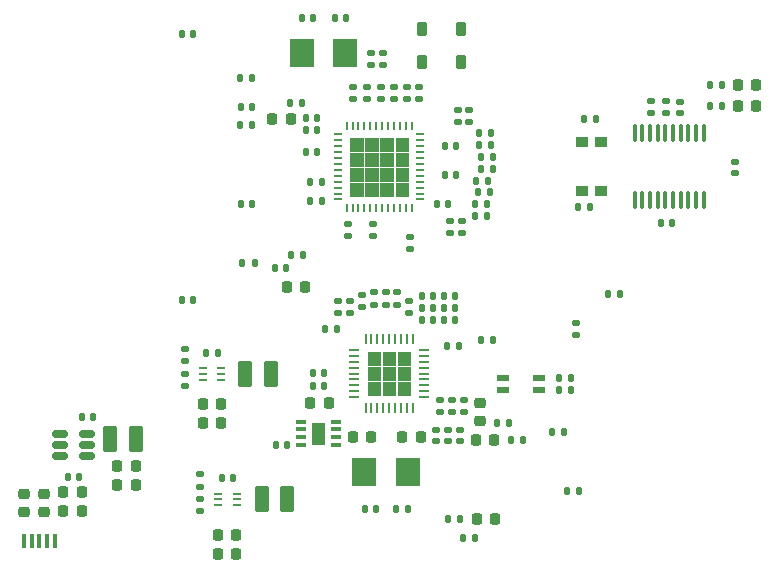
<source format=gtp>
%TF.GenerationSoftware,KiCad,Pcbnew,7.0.1*%
%TF.CreationDate,2023-03-30T19:37:26+02:00*%
%TF.ProjectId,home-media-converter,686f6d65-2d6d-4656-9469-612d636f6e76,rev?*%
%TF.SameCoordinates,Original*%
%TF.FileFunction,Paste,Top*%
%TF.FilePolarity,Positive*%
%FSLAX46Y46*%
G04 Gerber Fmt 4.6, Leading zero omitted, Abs format (unit mm)*
G04 Created by KiCad (PCBNEW 7.0.1) date 2023-03-30 19:37:26*
%MOMM*%
%LPD*%
G01*
G04 APERTURE LIST*
G04 Aperture macros list*
%AMRoundRect*
0 Rectangle with rounded corners*
0 $1 Rounding radius*
0 $2 $3 $4 $5 $6 $7 $8 $9 X,Y pos of 4 corners*
0 Add a 4 corners polygon primitive as box body*
4,1,4,$2,$3,$4,$5,$6,$7,$8,$9,$2,$3,0*
0 Add four circle primitives for the rounded corners*
1,1,$1+$1,$2,$3*
1,1,$1+$1,$4,$5*
1,1,$1+$1,$6,$7*
1,1,$1+$1,$8,$9*
0 Add four rect primitives between the rounded corners*
20,1,$1+$1,$2,$3,$4,$5,0*
20,1,$1+$1,$4,$5,$6,$7,0*
20,1,$1+$1,$6,$7,$8,$9,0*
20,1,$1+$1,$8,$9,$2,$3,0*%
G04 Aperture macros list end*
%ADD10C,0.100000*%
%ADD11RoundRect,0.135000X-0.185000X0.135000X-0.185000X-0.135000X0.185000X-0.135000X0.185000X0.135000X0*%
%ADD12RoundRect,0.140000X0.170000X-0.140000X0.170000X0.140000X-0.170000X0.140000X-0.170000X-0.140000X0*%
%ADD13R,0.254800X0.807999*%
%ADD14R,0.807999X0.254800*%
%ADD15RoundRect,0.225000X-0.225000X-0.250000X0.225000X-0.250000X0.225000X0.250000X-0.225000X0.250000X0*%
%ADD16R,0.254800X0.757199*%
%ADD17R,0.757199X0.254800*%
%ADD18RoundRect,0.140000X0.140000X0.170000X-0.140000X0.170000X-0.140000X-0.170000X0.140000X-0.170000X0*%
%ADD19RoundRect,0.135000X0.185000X-0.135000X0.185000X0.135000X-0.185000X0.135000X-0.185000X-0.135000X0*%
%ADD20RoundRect,0.218750X-0.256250X0.218750X-0.256250X-0.218750X0.256250X-0.218750X0.256250X0.218750X0*%
%ADD21RoundRect,0.225000X0.225000X0.250000X-0.225000X0.250000X-0.225000X-0.250000X0.225000X-0.250000X0*%
%ADD22RoundRect,0.135000X-0.135000X-0.185000X0.135000X-0.185000X0.135000X0.185000X-0.135000X0.185000X0*%
%ADD23RoundRect,0.135000X0.135000X0.185000X-0.135000X0.185000X-0.135000X-0.185000X0.135000X-0.185000X0*%
%ADD24RoundRect,0.140000X-0.140000X-0.170000X0.140000X-0.170000X0.140000X0.170000X-0.140000X0.170000X0*%
%ADD25R,2.000000X2.400000*%
%ADD26RoundRect,0.218750X0.256250X-0.218750X0.256250X0.218750X-0.256250X0.218750X-0.256250X-0.218750X0*%
%ADD27RoundRect,0.140000X-0.170000X0.140000X-0.170000X-0.140000X0.170000X-0.140000X0.170000X0.140000X0*%
%ADD28RoundRect,0.218750X-0.218750X-0.256250X0.218750X-0.256250X0.218750X0.256250X-0.218750X0.256250X0*%
%ADD29R,0.706399X0.229400*%
%ADD30RoundRect,0.250000X-0.375000X-0.850000X0.375000X-0.850000X0.375000X0.850000X-0.375000X0.850000X0*%
%ADD31RoundRect,0.100000X-0.100000X0.637500X-0.100000X-0.637500X0.100000X-0.637500X0.100000X0.637500X0*%
%ADD32RoundRect,0.150000X-0.512500X-0.150000X0.512500X-0.150000X0.512500X0.150000X-0.512500X0.150000X0*%
%ADD33R,0.450000X1.300000*%
%ADD34R,1.041400X0.609600*%
%ADD35R,1.000000X0.900000*%
%ADD36RoundRect,0.218750X0.218750X0.256250X-0.218750X0.256250X-0.218750X-0.256250X0.218750X-0.256250X0*%
%ADD37R,0.931065X0.302473*%
%ADD38RoundRect,0.225000X0.225000X0.375000X-0.225000X0.375000X-0.225000X-0.375000X0.225000X-0.375000X0*%
G04 APERTURE END LIST*
D10*
X79065000Y-139749000D02*
X77995000Y-139749000D01*
X77995000Y-138679000D01*
X79065000Y-138679000D01*
X79065000Y-139749000D01*
G36*
X79065000Y-139749000D02*
G01*
X77995000Y-139749000D01*
X77995000Y-138679000D01*
X79065000Y-138679000D01*
X79065000Y-139749000D01*
G37*
X80335000Y-139749000D02*
X79265000Y-139749000D01*
X79265000Y-138679000D01*
X80335000Y-138679000D01*
X80335000Y-139749000D01*
G36*
X80335000Y-139749000D02*
G01*
X79265000Y-139749000D01*
X79265000Y-138679000D01*
X80335000Y-138679000D01*
X80335000Y-139749000D01*
G37*
X81605000Y-139749000D02*
X80535000Y-139749000D01*
X80535000Y-138679000D01*
X81605000Y-138679000D01*
X81605000Y-139749000D01*
G36*
X81605000Y-139749000D02*
G01*
X80535000Y-139749000D01*
X80535000Y-138679000D01*
X81605000Y-138679000D01*
X81605000Y-139749000D01*
G37*
X79065000Y-138479000D02*
X77995000Y-138479000D01*
X77995000Y-137409000D01*
X79065000Y-137409000D01*
X79065000Y-138479000D01*
G36*
X79065000Y-138479000D02*
G01*
X77995000Y-138479000D01*
X77995000Y-137409000D01*
X79065000Y-137409000D01*
X79065000Y-138479000D01*
G37*
X80335000Y-138479000D02*
X79265000Y-138479000D01*
X79265000Y-137409000D01*
X80335000Y-137409000D01*
X80335000Y-138479000D01*
G36*
X80335000Y-138479000D02*
G01*
X79265000Y-138479000D01*
X79265000Y-137409000D01*
X80335000Y-137409000D01*
X80335000Y-138479000D01*
G37*
X81605000Y-138479000D02*
X80535000Y-138479000D01*
X80535000Y-137409000D01*
X81605000Y-137409000D01*
X81605000Y-138479000D01*
G36*
X81605000Y-138479000D02*
G01*
X80535000Y-138479000D01*
X80535000Y-137409000D01*
X81605000Y-137409000D01*
X81605000Y-138479000D01*
G37*
X79065000Y-137209000D02*
X77995000Y-137209000D01*
X77995000Y-136139000D01*
X79065000Y-136139000D01*
X79065000Y-137209000D01*
G36*
X79065000Y-137209000D02*
G01*
X77995000Y-137209000D01*
X77995000Y-136139000D01*
X79065000Y-136139000D01*
X79065000Y-137209000D01*
G37*
X80335000Y-137209000D02*
X79265000Y-137209000D01*
X79265000Y-136139000D01*
X80335000Y-136139000D01*
X80335000Y-137209000D01*
G36*
X80335000Y-137209000D02*
G01*
X79265000Y-137209000D01*
X79265000Y-136139000D01*
X80335000Y-136139000D01*
X80335000Y-137209000D01*
G37*
X81605000Y-137209000D02*
X80535000Y-137209000D01*
X80535000Y-136139000D01*
X81605000Y-136139000D01*
X81605000Y-137209000D01*
G36*
X81605000Y-137209000D02*
G01*
X80535000Y-137209000D01*
X80535000Y-136139000D01*
X81605000Y-136139000D01*
X81605000Y-137209000D01*
G37*
X81430100Y-122928100D02*
X80341050Y-122928100D01*
X80341050Y-121839050D01*
X81430100Y-121839050D01*
X81430100Y-122928100D01*
G36*
X81430100Y-122928100D02*
G01*
X80341050Y-122928100D01*
X80341050Y-121839050D01*
X81430100Y-121839050D01*
X81430100Y-122928100D01*
G37*
X81430100Y-121639050D02*
X80341050Y-121639050D01*
X80341050Y-120550000D01*
X81430100Y-120550000D01*
X81430100Y-121639050D01*
G36*
X81430100Y-121639050D02*
G01*
X80341050Y-121639050D01*
X80341050Y-120550000D01*
X81430100Y-120550000D01*
X81430100Y-121639050D01*
G37*
X81430100Y-120350000D02*
X80341050Y-120350000D01*
X80341050Y-119260950D01*
X81430100Y-119260950D01*
X81430100Y-120350000D01*
G36*
X81430100Y-120350000D02*
G01*
X80341050Y-120350000D01*
X80341050Y-119260950D01*
X81430100Y-119260950D01*
X81430100Y-120350000D01*
G37*
X81430100Y-119060950D02*
X80341050Y-119060950D01*
X80341050Y-117971900D01*
X81430100Y-117971900D01*
X81430100Y-119060950D01*
G36*
X81430100Y-119060950D02*
G01*
X80341050Y-119060950D01*
X80341050Y-117971900D01*
X81430100Y-117971900D01*
X81430100Y-119060950D01*
G37*
X80141050Y-122928100D02*
X79052000Y-122928100D01*
X79052000Y-121839050D01*
X80141050Y-121839050D01*
X80141050Y-122928100D01*
G36*
X80141050Y-122928100D02*
G01*
X79052000Y-122928100D01*
X79052000Y-121839050D01*
X80141050Y-121839050D01*
X80141050Y-122928100D01*
G37*
X80141050Y-121639050D02*
X79052000Y-121639050D01*
X79052000Y-120550000D01*
X80141050Y-120550000D01*
X80141050Y-121639050D01*
G36*
X80141050Y-121639050D02*
G01*
X79052000Y-121639050D01*
X79052000Y-120550000D01*
X80141050Y-120550000D01*
X80141050Y-121639050D01*
G37*
X80141050Y-120350000D02*
X79052000Y-120350000D01*
X79052000Y-119260950D01*
X80141050Y-119260950D01*
X80141050Y-120350000D01*
G36*
X80141050Y-120350000D02*
G01*
X79052000Y-120350000D01*
X79052000Y-119260950D01*
X80141050Y-119260950D01*
X80141050Y-120350000D01*
G37*
X80141050Y-119060950D02*
X79052000Y-119060950D01*
X79052000Y-117971900D01*
X80141050Y-117971900D01*
X80141050Y-119060950D01*
G36*
X80141050Y-119060950D02*
G01*
X79052000Y-119060950D01*
X79052000Y-117971900D01*
X80141050Y-117971900D01*
X80141050Y-119060950D01*
G37*
X78852000Y-122928100D02*
X77762950Y-122928100D01*
X77762950Y-121839050D01*
X78852000Y-121839050D01*
X78852000Y-122928100D01*
G36*
X78852000Y-122928100D02*
G01*
X77762950Y-122928100D01*
X77762950Y-121839050D01*
X78852000Y-121839050D01*
X78852000Y-122928100D01*
G37*
X78852000Y-121639050D02*
X77762950Y-121639050D01*
X77762950Y-120550000D01*
X78852000Y-120550000D01*
X78852000Y-121639050D01*
G36*
X78852000Y-121639050D02*
G01*
X77762950Y-121639050D01*
X77762950Y-120550000D01*
X78852000Y-120550000D01*
X78852000Y-121639050D01*
G37*
X78852000Y-120350000D02*
X77762950Y-120350000D01*
X77762950Y-119260950D01*
X78852000Y-119260950D01*
X78852000Y-120350000D01*
G36*
X78852000Y-120350000D02*
G01*
X77762950Y-120350000D01*
X77762950Y-119260950D01*
X78852000Y-119260950D01*
X78852000Y-120350000D01*
G37*
X78852000Y-119060950D02*
X77762950Y-119060950D01*
X77762950Y-117971900D01*
X78852000Y-117971900D01*
X78852000Y-119060950D01*
G36*
X78852000Y-119060950D02*
G01*
X77762950Y-119060950D01*
X77762950Y-117971900D01*
X78852000Y-117971900D01*
X78852000Y-119060950D01*
G37*
X77562950Y-122928100D02*
X76473900Y-122928100D01*
X76473900Y-121839050D01*
X77562950Y-121839050D01*
X77562950Y-122928100D01*
G36*
X77562950Y-122928100D02*
G01*
X76473900Y-122928100D01*
X76473900Y-121839050D01*
X77562950Y-121839050D01*
X77562950Y-122928100D01*
G37*
X77562950Y-121639050D02*
X76473900Y-121639050D01*
X76473900Y-120550000D01*
X77562950Y-120550000D01*
X77562950Y-121639050D01*
G36*
X77562950Y-121639050D02*
G01*
X76473900Y-121639050D01*
X76473900Y-120550000D01*
X77562950Y-120550000D01*
X77562950Y-121639050D01*
G37*
X77562950Y-120350000D02*
X76473900Y-120350000D01*
X76473900Y-119260950D01*
X77562950Y-119260950D01*
X77562950Y-120350000D01*
G36*
X77562950Y-120350000D02*
G01*
X76473900Y-120350000D01*
X76473900Y-119260950D01*
X77562950Y-119260950D01*
X77562950Y-120350000D01*
G37*
X77562950Y-119060950D02*
X76473900Y-119060950D01*
X76473900Y-117971900D01*
X77562950Y-117971900D01*
X77562950Y-119060950D01*
G36*
X77562950Y-119060950D02*
G01*
X76473900Y-119060950D01*
X76473900Y-117971900D01*
X77562950Y-117971900D01*
X77562950Y-119060950D01*
G37*
X74307499Y-143875000D02*
X73307501Y-143875000D01*
X73307501Y-142125000D01*
X74307499Y-142125000D01*
X74307499Y-143875000D01*
G36*
X74307499Y-143875000D02*
G01*
X73307501Y-143875000D01*
X73307501Y-142125000D01*
X74307499Y-142125000D01*
X74307499Y-143875000D01*
G37*
D11*
X80200000Y-113690000D03*
X80200000Y-114710000D03*
D12*
X78300000Y-111780000D03*
X78300000Y-110820000D03*
D13*
X77799999Y-140888000D03*
X78300000Y-140888000D03*
X78799999Y-140888000D03*
X79300001Y-140888000D03*
X79800000Y-140888000D03*
X80299999Y-140888000D03*
X80800001Y-140888000D03*
X81300000Y-140888000D03*
X81800001Y-140888000D03*
D14*
X82744000Y-139944001D03*
X82744000Y-139444000D03*
X82744000Y-138944001D03*
X82744000Y-138443999D03*
X82744000Y-137944000D03*
X82744000Y-137444001D03*
X82744000Y-136943999D03*
X82744000Y-136444000D03*
X82744000Y-135943999D03*
D13*
X81800001Y-135000000D03*
X81300000Y-135000000D03*
X80800001Y-135000000D03*
X80299999Y-135000000D03*
X79800000Y-135000000D03*
X79300001Y-135000000D03*
X78799999Y-135000000D03*
X78300000Y-135000000D03*
X77799999Y-135000000D03*
D14*
X76856000Y-135943999D03*
X76856000Y-136444000D03*
X76856000Y-136943999D03*
X76856000Y-137444001D03*
X76856000Y-137944000D03*
X76856000Y-138443999D03*
X76856000Y-138944001D03*
X76856000Y-139444000D03*
X76856000Y-139944001D03*
D15*
X52225000Y-149600000D03*
X53775000Y-149600000D03*
D16*
X76202000Y-116998000D03*
X76701999Y-116998000D03*
X77202001Y-116998000D03*
X77702000Y-116998000D03*
X78201999Y-116998000D03*
X78702000Y-116998000D03*
X79202000Y-116998000D03*
X79702001Y-116998000D03*
X80202000Y-116998000D03*
X80701999Y-116998000D03*
X81202001Y-116998000D03*
X81702000Y-116998000D03*
D17*
X82404000Y-117700000D03*
X82404000Y-118199999D03*
X82404000Y-118700001D03*
X82404000Y-119200000D03*
X82404000Y-119699999D03*
X82404000Y-120200000D03*
X82404000Y-120700000D03*
X82404000Y-121200001D03*
X82404000Y-121700000D03*
X82404000Y-122199999D03*
X82404000Y-122700001D03*
X82404000Y-123200000D03*
D16*
X81702000Y-123902000D03*
X81202001Y-123902000D03*
X80701999Y-123902000D03*
X80202000Y-123902000D03*
X79702001Y-123902000D03*
X79202000Y-123902000D03*
X78702000Y-123902000D03*
X78201999Y-123902000D03*
X77702000Y-123902000D03*
X77202001Y-123902000D03*
X76701999Y-123902000D03*
X76202000Y-123902000D03*
D17*
X75500000Y-123200000D03*
X75500000Y-122700001D03*
X75500000Y-122199999D03*
X75500000Y-121700000D03*
X75500000Y-121200001D03*
X75500000Y-120700000D03*
X75500000Y-120200000D03*
X75500000Y-119699999D03*
X75500000Y-119200000D03*
X75500000Y-118700001D03*
X75500000Y-118199999D03*
X75500000Y-117700000D03*
D18*
X97280000Y-116400000D03*
X96320000Y-116400000D03*
D19*
X85600000Y-116610000D03*
X85600000Y-115590000D03*
D20*
X50600000Y-148112500D03*
X50600000Y-149687500D03*
D21*
X65575000Y-140500000D03*
X64025000Y-140500000D03*
D22*
X87590000Y-120600000D03*
X88610000Y-120600000D03*
D23*
X87110000Y-151900000D03*
X86090000Y-151900000D03*
D12*
X85800000Y-143680000D03*
X85800000Y-142720000D03*
D11*
X78500000Y-131078000D03*
X78500000Y-132098000D03*
D24*
X62240000Y-109200000D03*
X63200000Y-109200000D03*
D22*
X87590000Y-119600000D03*
X88610000Y-119600000D03*
D12*
X84800000Y-143680000D03*
X84800000Y-142720000D03*
X82300000Y-114660000D03*
X82300000Y-113700000D03*
D25*
X76100000Y-110800000D03*
X72400000Y-110800000D03*
D26*
X87500000Y-142000000D03*
X87500000Y-140425000D03*
D22*
X106977500Y-115300000D03*
X107997500Y-115300000D03*
D27*
X86100000Y-140220000D03*
X86100000Y-141180000D03*
D22*
X106977500Y-113500000D03*
X107997500Y-113500000D03*
D15*
X76725000Y-143300000D03*
X78275000Y-143300000D03*
D28*
X69900000Y-116400000D03*
X71475000Y-116400000D03*
D12*
X79300000Y-111780000D03*
X79300000Y-110820000D03*
D27*
X85120000Y-140220000D03*
X85120000Y-141180000D03*
D22*
X71480000Y-127900000D03*
X72500000Y-127900000D03*
D29*
X66895400Y-149100126D03*
X66895400Y-148600000D03*
X66895400Y-148099874D03*
X65300000Y-148099874D03*
X65300000Y-148600000D03*
X65300000Y-149100126D03*
D26*
X48900000Y-149687500D03*
X48900000Y-148112500D03*
D24*
X82540000Y-131388000D03*
X83500000Y-131388000D03*
D30*
X67625000Y-137970387D03*
X69775000Y-137970387D03*
D22*
X88890000Y-142100000D03*
X89910000Y-142100000D03*
D31*
X106425000Y-117537500D03*
X105775000Y-117537500D03*
X105125000Y-117537500D03*
X104475000Y-117537500D03*
X103825000Y-117537500D03*
X103175000Y-117537500D03*
X102525000Y-117537500D03*
X101875000Y-117537500D03*
X101225000Y-117537500D03*
X100575000Y-117537500D03*
X100575000Y-123262500D03*
X101225000Y-123262500D03*
X101875000Y-123262500D03*
X102525000Y-123262500D03*
X103175000Y-123262500D03*
X103825000Y-123262500D03*
X104475000Y-123262500D03*
X105125000Y-123262500D03*
X105775000Y-123262500D03*
X106425000Y-123262500D03*
D18*
X103780000Y-125200000D03*
X102820000Y-125200000D03*
D23*
X85810000Y-150300000D03*
X84790000Y-150300000D03*
D24*
X53775000Y-141600000D03*
X54735000Y-141600000D03*
D19*
X62500000Y-138980387D03*
X62500000Y-137960387D03*
D25*
X77700000Y-146300000D03*
X81400000Y-146300000D03*
D22*
X98290000Y-131200000D03*
X99310000Y-131200000D03*
D11*
X79100000Y-113690000D03*
X79100000Y-114710000D03*
D19*
X86000000Y-126010000D03*
X86000000Y-124990000D03*
D22*
X87090000Y-123600000D03*
X88110000Y-123600000D03*
D18*
X65280000Y-136170387D03*
X64320000Y-136170387D03*
D11*
X102000000Y-114890000D03*
X102000000Y-115910000D03*
D18*
X71080000Y-129000000D03*
X70120000Y-129000000D03*
D21*
X65322700Y-153200000D03*
X66872700Y-153200000D03*
D11*
X77500000Y-131278000D03*
X77500000Y-132298000D03*
D23*
X72410000Y-115000000D03*
X71390000Y-115000000D03*
D19*
X62500000Y-136880387D03*
X62500000Y-135860387D03*
D28*
X87112500Y-143600000D03*
X88687500Y-143600000D03*
D18*
X74100000Y-123300000D03*
X73140000Y-123300000D03*
D22*
X67380000Y-128600000D03*
X68400000Y-128600000D03*
D24*
X77720000Y-149400000D03*
X78680000Y-149400000D03*
D12*
X77900000Y-114680000D03*
X77900000Y-113720000D03*
D29*
X65597700Y-138470513D03*
X65597700Y-137970387D03*
X65597700Y-137470261D03*
X64002300Y-137470261D03*
X64002300Y-137970387D03*
X64002300Y-138470513D03*
D18*
X74280000Y-137900000D03*
X73320000Y-137900000D03*
D22*
X93580000Y-142900000D03*
X94600000Y-142900000D03*
D32*
X51937500Y-143050000D03*
X51937500Y-144000000D03*
X51937500Y-144950000D03*
X54212500Y-144950000D03*
X54212500Y-144000000D03*
X54212500Y-143050000D03*
D24*
X82540000Y-132388000D03*
X83500000Y-132388000D03*
D12*
X104400000Y-115880000D03*
X104400000Y-114920000D03*
D21*
X66872700Y-151600000D03*
X65322700Y-151600000D03*
D23*
X85710000Y-135644000D03*
X84690000Y-135644000D03*
D11*
X79500000Y-131078000D03*
X79500000Y-132098000D03*
X75500000Y-131778000D03*
X75500000Y-132798000D03*
D24*
X84520000Y-121100000D03*
X85480000Y-121100000D03*
D18*
X72720000Y-117300000D03*
X73680000Y-117300000D03*
D33*
X48895000Y-152145000D03*
X49545000Y-152145000D03*
X50195000Y-152145000D03*
X50845000Y-152145000D03*
X51495000Y-152145000D03*
D21*
X65575000Y-142100000D03*
X64025000Y-142100000D03*
D28*
X71112500Y-130600000D03*
X72687500Y-130600000D03*
D34*
X89475002Y-138300001D03*
X92524998Y-138300001D03*
X92524998Y-139299999D03*
X89475002Y-139299999D03*
D24*
X84420000Y-131388000D03*
X85380000Y-131388000D03*
D22*
X87190000Y-121600000D03*
X88210000Y-121600000D03*
D24*
X84420000Y-133388000D03*
X85380000Y-133388000D03*
D35*
X96100000Y-122450000D03*
X96100000Y-118350000D03*
X97700000Y-118350000D03*
X97700000Y-122450000D03*
D22*
X87290000Y-122600000D03*
X88310000Y-122600000D03*
D28*
X80912500Y-143300000D03*
X82487500Y-143300000D03*
D24*
X84420000Y-132388000D03*
X85380000Y-132388000D03*
D22*
X90090000Y-143600000D03*
X91110000Y-143600000D03*
D19*
X63797700Y-149600000D03*
X63797700Y-148580000D03*
X86600000Y-116610000D03*
X86600000Y-115590000D03*
D36*
X110875000Y-113500000D03*
X109300000Y-113500000D03*
D24*
X67220000Y-115400000D03*
X68180000Y-115400000D03*
D19*
X63797700Y-147510000D03*
X63797700Y-146490000D03*
D18*
X74280000Y-139000000D03*
X73320000Y-139000000D03*
D24*
X82540000Y-133388000D03*
X83500000Y-133388000D03*
D12*
X109100000Y-120980000D03*
X109100000Y-120020000D03*
D11*
X84980000Y-124990000D03*
X84980000Y-126010000D03*
D18*
X74080000Y-121700000D03*
X73120000Y-121700000D03*
D36*
X110875000Y-115300000D03*
X109300000Y-115300000D03*
D37*
X75298033Y-143974999D03*
X75298033Y-143325001D03*
X75298033Y-142674999D03*
X75298033Y-142025001D03*
X72316967Y-142025001D03*
X72316967Y-142674999D03*
X72316967Y-143325001D03*
X72316967Y-143974999D03*
D27*
X76300000Y-125320000D03*
X76300000Y-126280000D03*
D22*
X67190000Y-116900000D03*
X68210000Y-116900000D03*
D12*
X76700000Y-114680000D03*
X76700000Y-113720000D03*
D22*
X87390000Y-117600000D03*
X88410000Y-117600000D03*
D12*
X83800000Y-143680000D03*
X83800000Y-142720000D03*
D24*
X94195002Y-139300001D03*
X95155002Y-139300001D03*
X94195002Y-138300001D03*
X95155002Y-138300001D03*
D18*
X66577700Y-146800000D03*
X65617700Y-146800000D03*
D24*
X67220000Y-123600000D03*
X68180000Y-123600000D03*
D28*
X73112500Y-140400000D03*
X74687500Y-140400000D03*
D12*
X81300000Y-114660000D03*
X81300000Y-113700000D03*
D24*
X52615000Y-146700000D03*
X53575000Y-146700000D03*
D23*
X68220000Y-112900000D03*
X67200000Y-112900000D03*
D15*
X52225000Y-148000000D03*
X53775000Y-148000000D03*
D18*
X72720000Y-116300000D03*
X73680000Y-116300000D03*
D22*
X74380000Y-134188000D03*
X75400000Y-134188000D03*
D23*
X95910000Y-147900000D03*
X94890000Y-147900000D03*
D11*
X103200000Y-114890000D03*
X103200000Y-115910000D03*
X80500000Y-131078000D03*
X80500000Y-132098000D03*
X81500000Y-132788000D03*
X81500000Y-131768000D03*
D27*
X81600000Y-126420000D03*
X81600000Y-127380000D03*
D24*
X62220000Y-131700000D03*
X63180000Y-131700000D03*
D18*
X81380000Y-149400000D03*
X80420000Y-149400000D03*
D11*
X76500000Y-131778000D03*
X76500000Y-132798000D03*
D23*
X88110000Y-124600000D03*
X87090000Y-124600000D03*
D30*
X56200000Y-143500000D03*
X58350000Y-143500000D03*
D28*
X87212500Y-150300000D03*
X88787500Y-150300000D03*
D18*
X73380000Y-107800000D03*
X72420000Y-107800000D03*
D22*
X95790000Y-123800000D03*
X96810000Y-123800000D03*
X87390000Y-118600000D03*
X88410000Y-118600000D03*
D21*
X58350000Y-145800000D03*
X56800000Y-145800000D03*
D27*
X78400000Y-125320000D03*
X78400000Y-126280000D03*
X84100000Y-140220000D03*
X84100000Y-141180000D03*
D21*
X58350000Y-147400000D03*
X56800000Y-147400000D03*
D38*
X85850000Y-108800000D03*
X82550000Y-108800000D03*
X85850000Y-111600000D03*
X82550000Y-111600000D03*
D18*
X73680000Y-119200000D03*
X72720000Y-119200000D03*
X71180000Y-144000000D03*
X70220000Y-144000000D03*
D24*
X83820000Y-123600000D03*
X84780000Y-123600000D03*
X84520000Y-118700000D03*
X85480000Y-118700000D03*
D30*
X69022700Y-148600000D03*
X71172700Y-148600000D03*
D11*
X95600000Y-133690000D03*
X95600000Y-134710000D03*
D23*
X88600000Y-135100000D03*
X87580000Y-135100000D03*
D24*
X75220000Y-107800000D03*
X76180000Y-107800000D03*
M02*

</source>
